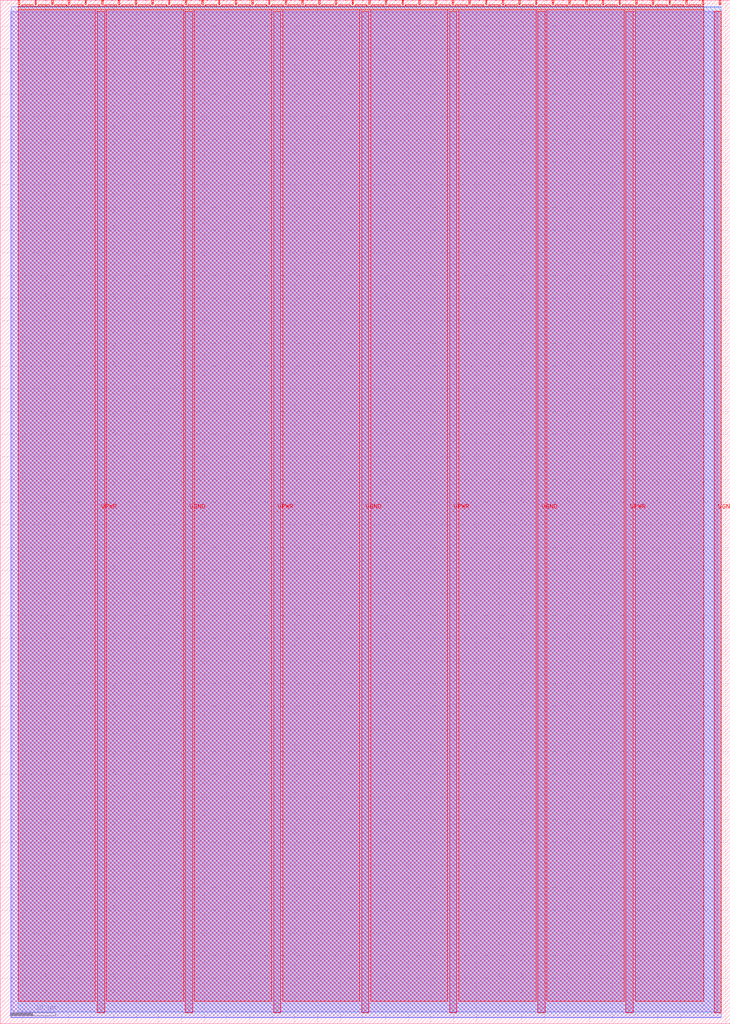
<source format=lef>
VERSION 5.7 ;
  NOWIREEXTENSIONATPIN ON ;
  DIVIDERCHAR "/" ;
  BUSBITCHARS "[]" ;
MACRO tt_um_delay_line_tmng
  CLASS BLOCK ;
  FOREIGN tt_um_delay_line_tmng ;
  ORIGIN 0.000 0.000 ;
  SIZE 161.000 BY 225.760 ;
  PIN VGND
    DIRECTION INOUT ;
    USE GROUND ;
    PORT
      LAYER met4 ;
        RECT 40.830 2.480 42.430 223.280 ;
    END
    PORT
      LAYER met4 ;
        RECT 79.700 2.480 81.300 223.280 ;
    END
    PORT
      LAYER met4 ;
        RECT 118.570 2.480 120.170 223.280 ;
    END
    PORT
      LAYER met4 ;
        RECT 157.440 2.480 159.040 223.280 ;
    END
  END VGND
  PIN VPWR
    DIRECTION INOUT ;
    USE POWER ;
    PORT
      LAYER met4 ;
        RECT 21.395 2.480 22.995 223.280 ;
    END
    PORT
      LAYER met4 ;
        RECT 60.265 2.480 61.865 223.280 ;
    END
    PORT
      LAYER met4 ;
        RECT 99.135 2.480 100.735 223.280 ;
    END
    PORT
      LAYER met4 ;
        RECT 138.005 2.480 139.605 223.280 ;
    END
  END VPWR
  PIN clk
    DIRECTION INPUT ;
    USE SIGNAL ;
    ANTENNAGATEAREA 0.852000 ;
    PORT
      LAYER met4 ;
        RECT 154.870 224.760 155.170 225.760 ;
    END
  END clk
  PIN ena
    DIRECTION INPUT ;
    USE SIGNAL ;
    PORT
      LAYER met4 ;
        RECT 158.550 224.760 158.850 225.760 ;
    END
  END ena
  PIN rst_n
    DIRECTION INPUT ;
    USE SIGNAL ;
    PORT
      LAYER met4 ;
        RECT 151.190 224.760 151.490 225.760 ;
    END
  END rst_n
  PIN ui_in[0]
    DIRECTION INPUT ;
    USE SIGNAL ;
    ANTENNAGATEAREA 0.196500 ;
    PORT
      LAYER met4 ;
        RECT 147.510 224.760 147.810 225.760 ;
    END
  END ui_in[0]
  PIN ui_in[1]
    DIRECTION INPUT ;
    USE SIGNAL ;
    ANTENNAGATEAREA 0.196500 ;
    PORT
      LAYER met4 ;
        RECT 143.830 224.760 144.130 225.760 ;
    END
  END ui_in[1]
  PIN ui_in[2]
    DIRECTION INPUT ;
    USE SIGNAL ;
    ANTENNAGATEAREA 0.196500 ;
    PORT
      LAYER met4 ;
        RECT 140.150 224.760 140.450 225.760 ;
    END
  END ui_in[2]
  PIN ui_in[3]
    DIRECTION INPUT ;
    USE SIGNAL ;
    ANTENNAGATEAREA 0.196500 ;
    PORT
      LAYER met4 ;
        RECT 136.470 224.760 136.770 225.760 ;
    END
  END ui_in[3]
  PIN ui_in[4]
    DIRECTION INPUT ;
    USE SIGNAL ;
    ANTENNAGATEAREA 0.196500 ;
    PORT
      LAYER met4 ;
        RECT 132.790 224.760 133.090 225.760 ;
    END
  END ui_in[4]
  PIN ui_in[5]
    DIRECTION INPUT ;
    USE SIGNAL ;
    ANTENNAGATEAREA 0.196500 ;
    PORT
      LAYER met4 ;
        RECT 129.110 224.760 129.410 225.760 ;
    END
  END ui_in[5]
  PIN ui_in[6]
    DIRECTION INPUT ;
    USE SIGNAL ;
    PORT
      LAYER met4 ;
        RECT 125.430 224.760 125.730 225.760 ;
    END
  END ui_in[6]
  PIN ui_in[7]
    DIRECTION INPUT ;
    USE SIGNAL ;
    PORT
      LAYER met4 ;
        RECT 121.750 224.760 122.050 225.760 ;
    END
  END ui_in[7]
  PIN uio_in[0]
    DIRECTION INPUT ;
    USE SIGNAL ;
    PORT
      LAYER met4 ;
        RECT 118.070 224.760 118.370 225.760 ;
    END
  END uio_in[0]
  PIN uio_in[1]
    DIRECTION INPUT ;
    USE SIGNAL ;
    PORT
      LAYER met4 ;
        RECT 114.390 224.760 114.690 225.760 ;
    END
  END uio_in[1]
  PIN uio_in[2]
    DIRECTION INPUT ;
    USE SIGNAL ;
    PORT
      LAYER met4 ;
        RECT 110.710 224.760 111.010 225.760 ;
    END
  END uio_in[2]
  PIN uio_in[3]
    DIRECTION INPUT ;
    USE SIGNAL ;
    PORT
      LAYER met4 ;
        RECT 107.030 224.760 107.330 225.760 ;
    END
  END uio_in[3]
  PIN uio_in[4]
    DIRECTION INPUT ;
    USE SIGNAL ;
    PORT
      LAYER met4 ;
        RECT 103.350 224.760 103.650 225.760 ;
    END
  END uio_in[4]
  PIN uio_in[5]
    DIRECTION INPUT ;
    USE SIGNAL ;
    PORT
      LAYER met4 ;
        RECT 99.670 224.760 99.970 225.760 ;
    END
  END uio_in[5]
  PIN uio_in[6]
    DIRECTION INPUT ;
    USE SIGNAL ;
    PORT
      LAYER met4 ;
        RECT 95.990 224.760 96.290 225.760 ;
    END
  END uio_in[6]
  PIN uio_in[7]
    DIRECTION INPUT ;
    USE SIGNAL ;
    PORT
      LAYER met4 ;
        RECT 92.310 224.760 92.610 225.760 ;
    END
  END uio_in[7]
  PIN uio_oe[0]
    DIRECTION OUTPUT TRISTATE ;
    USE SIGNAL ;
    PORT
      LAYER met4 ;
        RECT 29.750 224.760 30.050 225.760 ;
    END
  END uio_oe[0]
  PIN uio_oe[1]
    DIRECTION OUTPUT TRISTATE ;
    USE SIGNAL ;
    PORT
      LAYER met4 ;
        RECT 26.070 224.760 26.370 225.760 ;
    END
  END uio_oe[1]
  PIN uio_oe[2]
    DIRECTION OUTPUT TRISTATE ;
    USE SIGNAL ;
    PORT
      LAYER met4 ;
        RECT 22.390 224.760 22.690 225.760 ;
    END
  END uio_oe[2]
  PIN uio_oe[3]
    DIRECTION OUTPUT TRISTATE ;
    USE SIGNAL ;
    PORT
      LAYER met4 ;
        RECT 18.710 224.760 19.010 225.760 ;
    END
  END uio_oe[3]
  PIN uio_oe[4]
    DIRECTION OUTPUT TRISTATE ;
    USE SIGNAL ;
    PORT
      LAYER met4 ;
        RECT 15.030 224.760 15.330 225.760 ;
    END
  END uio_oe[4]
  PIN uio_oe[5]
    DIRECTION OUTPUT TRISTATE ;
    USE SIGNAL ;
    PORT
      LAYER met4 ;
        RECT 11.350 224.760 11.650 225.760 ;
    END
  END uio_oe[5]
  PIN uio_oe[6]
    DIRECTION OUTPUT TRISTATE ;
    USE SIGNAL ;
    PORT
      LAYER met4 ;
        RECT 7.670 224.760 7.970 225.760 ;
    END
  END uio_oe[6]
  PIN uio_oe[7]
    DIRECTION OUTPUT TRISTATE ;
    USE SIGNAL ;
    PORT
      LAYER met4 ;
        RECT 3.990 224.760 4.290 225.760 ;
    END
  END uio_oe[7]
  PIN uio_out[0]
    DIRECTION OUTPUT TRISTATE ;
    USE SIGNAL ;
    PORT
      LAYER met4 ;
        RECT 59.190 224.760 59.490 225.760 ;
    END
  END uio_out[0]
  PIN uio_out[1]
    DIRECTION OUTPUT TRISTATE ;
    USE SIGNAL ;
    PORT
      LAYER met4 ;
        RECT 55.510 224.760 55.810 225.760 ;
    END
  END uio_out[1]
  PIN uio_out[2]
    DIRECTION OUTPUT TRISTATE ;
    USE SIGNAL ;
    PORT
      LAYER met4 ;
        RECT 51.830 224.760 52.130 225.760 ;
    END
  END uio_out[2]
  PIN uio_out[3]
    DIRECTION OUTPUT TRISTATE ;
    USE SIGNAL ;
    PORT
      LAYER met4 ;
        RECT 48.150 224.760 48.450 225.760 ;
    END
  END uio_out[3]
  PIN uio_out[4]
    DIRECTION OUTPUT TRISTATE ;
    USE SIGNAL ;
    PORT
      LAYER met4 ;
        RECT 44.470 224.760 44.770 225.760 ;
    END
  END uio_out[4]
  PIN uio_out[5]
    DIRECTION OUTPUT TRISTATE ;
    USE SIGNAL ;
    PORT
      LAYER met4 ;
        RECT 40.790 224.760 41.090 225.760 ;
    END
  END uio_out[5]
  PIN uio_out[6]
    DIRECTION OUTPUT TRISTATE ;
    USE SIGNAL ;
    PORT
      LAYER met4 ;
        RECT 37.110 224.760 37.410 225.760 ;
    END
  END uio_out[6]
  PIN uio_out[7]
    DIRECTION OUTPUT TRISTATE ;
    USE SIGNAL ;
    PORT
      LAYER met4 ;
        RECT 33.430 224.760 33.730 225.760 ;
    END
  END uio_out[7]
  PIN uo_out[0]
    DIRECTION OUTPUT TRISTATE ;
    USE SIGNAL ;
    ANTENNAGATEAREA 0.252000 ;
    ANTENNADIFFAREA 0.445500 ;
    PORT
      LAYER met4 ;
        RECT 88.630 224.760 88.930 225.760 ;
    END
  END uo_out[0]
  PIN uo_out[1]
    DIRECTION OUTPUT TRISTATE ;
    USE SIGNAL ;
    ANTENNAGATEAREA 0.252000 ;
    ANTENNADIFFAREA 0.445500 ;
    PORT
      LAYER met4 ;
        RECT 84.950 224.760 85.250 225.760 ;
    END
  END uo_out[1]
  PIN uo_out[2]
    DIRECTION OUTPUT TRISTATE ;
    USE SIGNAL ;
    ANTENNAGATEAREA 0.252000 ;
    ANTENNADIFFAREA 0.445500 ;
    PORT
      LAYER met4 ;
        RECT 81.270 224.760 81.570 225.760 ;
    END
  END uo_out[2]
  PIN uo_out[3]
    DIRECTION OUTPUT TRISTATE ;
    USE SIGNAL ;
    ANTENNAGATEAREA 0.252000 ;
    ANTENNADIFFAREA 0.445500 ;
    PORT
      LAYER met4 ;
        RECT 77.590 224.760 77.890 225.760 ;
    END
  END uo_out[3]
  PIN uo_out[4]
    DIRECTION OUTPUT TRISTATE ;
    USE SIGNAL ;
    ANTENNAGATEAREA 0.252000 ;
    ANTENNADIFFAREA 0.445500 ;
    PORT
      LAYER met4 ;
        RECT 73.910 224.760 74.210 225.760 ;
    END
  END uo_out[4]
  PIN uo_out[5]
    DIRECTION OUTPUT TRISTATE ;
    USE SIGNAL ;
    ANTENNAGATEAREA 0.252000 ;
    ANTENNADIFFAREA 0.445500 ;
    PORT
      LAYER met4 ;
        RECT 70.230 224.760 70.530 225.760 ;
    END
  END uo_out[5]
  PIN uo_out[6]
    DIRECTION OUTPUT TRISTATE ;
    USE SIGNAL ;
    ANTENNAGATEAREA 0.252000 ;
    ANTENNADIFFAREA 0.445500 ;
    PORT
      LAYER met4 ;
        RECT 66.550 224.760 66.850 225.760 ;
    END
  END uo_out[6]
  PIN uo_out[7]
    DIRECTION OUTPUT TRISTATE ;
    USE SIGNAL ;
    ANTENNAGATEAREA 0.126000 ;
    ANTENNADIFFAREA 0.445500 ;
    PORT
      LAYER met4 ;
        RECT 62.870 224.760 63.170 225.760 ;
    END
  END uo_out[7]
  OBS
      LAYER li1 ;
        RECT 2.760 2.635 158.240 223.125 ;
      LAYER met1 ;
        RECT 2.370 1.400 159.040 223.280 ;
      LAYER met2 ;
        RECT 2.400 1.370 159.010 224.245 ;
      LAYER met3 ;
        RECT 3.950 2.555 159.030 224.225 ;
      LAYER met4 ;
        RECT 4.690 224.360 7.270 224.760 ;
        RECT 8.370 224.360 10.950 224.760 ;
        RECT 12.050 224.360 14.630 224.760 ;
        RECT 15.730 224.360 18.310 224.760 ;
        RECT 19.410 224.360 21.990 224.760 ;
        RECT 23.090 224.360 25.670 224.760 ;
        RECT 26.770 224.360 29.350 224.760 ;
        RECT 30.450 224.360 33.030 224.760 ;
        RECT 34.130 224.360 36.710 224.760 ;
        RECT 37.810 224.360 40.390 224.760 ;
        RECT 41.490 224.360 44.070 224.760 ;
        RECT 45.170 224.360 47.750 224.760 ;
        RECT 48.850 224.360 51.430 224.760 ;
        RECT 52.530 224.360 55.110 224.760 ;
        RECT 56.210 224.360 58.790 224.760 ;
        RECT 59.890 224.360 62.470 224.760 ;
        RECT 63.570 224.360 66.150 224.760 ;
        RECT 67.250 224.360 69.830 224.760 ;
        RECT 70.930 224.360 73.510 224.760 ;
        RECT 74.610 224.360 77.190 224.760 ;
        RECT 78.290 224.360 80.870 224.760 ;
        RECT 81.970 224.360 84.550 224.760 ;
        RECT 85.650 224.360 88.230 224.760 ;
        RECT 89.330 224.360 91.910 224.760 ;
        RECT 93.010 224.360 95.590 224.760 ;
        RECT 96.690 224.360 99.270 224.760 ;
        RECT 100.370 224.360 102.950 224.760 ;
        RECT 104.050 224.360 106.630 224.760 ;
        RECT 107.730 224.360 110.310 224.760 ;
        RECT 111.410 224.360 113.990 224.760 ;
        RECT 115.090 224.360 117.670 224.760 ;
        RECT 118.770 224.360 121.350 224.760 ;
        RECT 122.450 224.360 125.030 224.760 ;
        RECT 126.130 224.360 128.710 224.760 ;
        RECT 129.810 224.360 132.390 224.760 ;
        RECT 133.490 224.360 136.070 224.760 ;
        RECT 137.170 224.360 139.750 224.760 ;
        RECT 140.850 224.360 143.430 224.760 ;
        RECT 144.530 224.360 147.110 224.760 ;
        RECT 148.210 224.360 150.790 224.760 ;
        RECT 151.890 224.360 154.470 224.760 ;
        RECT 3.975 223.680 155.185 224.360 ;
        RECT 3.975 4.935 20.995 223.680 ;
        RECT 23.395 4.935 40.430 223.680 ;
        RECT 42.830 4.935 59.865 223.680 ;
        RECT 62.265 4.935 79.300 223.680 ;
        RECT 81.700 4.935 98.735 223.680 ;
        RECT 101.135 4.935 118.170 223.680 ;
        RECT 120.570 4.935 137.605 223.680 ;
        RECT 140.005 4.935 155.185 223.680 ;
  END
END tt_um_delay_line_tmng
END LIBRARY


</source>
